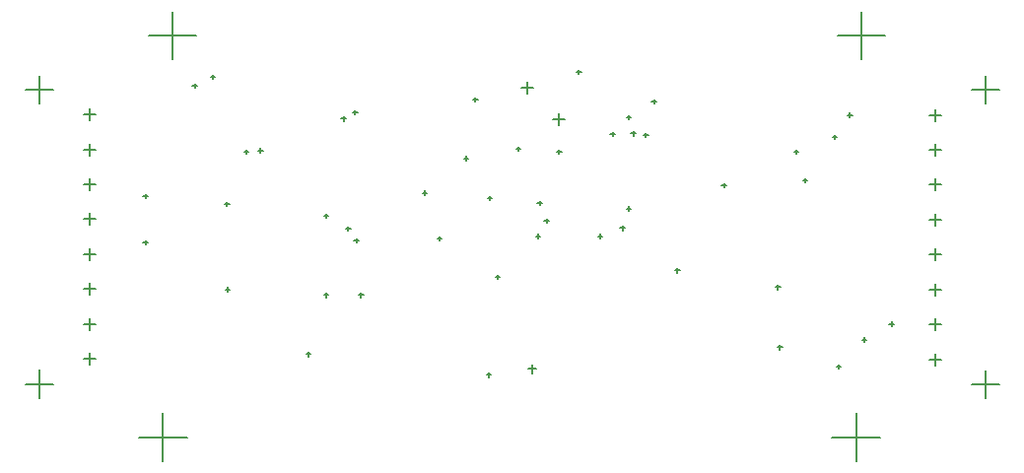
<source format=gbr>
%TF.GenerationSoftware,Altium Limited,Altium Designer,18.1.9 (240)*%
G04 Layer_Color=128*
%FSLAX26Y26*%
%MOIN*%
%TF.FileFunction,Drillmap*%
%TF.Part,Single*%
G01*
G75*
%TA.AperFunction,NonConductor*%
%ADD108C,0.005000*%
D108*
X1564293Y2322835D02*
X1725710D01*
X1645002Y2242126D02*
Y2403543D01*
X1533465Y964567D02*
X1694882D01*
X1614173Y883858D02*
Y1045275D01*
X3876943Y964567D02*
X4038361D01*
X3957652Y883858D02*
Y1045275D01*
X3895669Y2322835D02*
X4057087D01*
X3976378Y2242126D02*
Y2403543D01*
X1147559Y1144685D02*
X1242441D01*
X1195000Y1097244D02*
Y1192126D01*
X1147559Y2140749D02*
X1242441D01*
X1195000Y2093308D02*
Y2188190D01*
X1344999Y2056103D02*
X1385157D01*
X1365078Y2036024D02*
Y2076182D01*
X1344999Y1937993D02*
X1385157D01*
X1365078Y1917914D02*
Y1958072D01*
X1344999Y1819883D02*
X1385157D01*
X1365078Y1799804D02*
Y1839962D01*
X1344999Y1701771D02*
X1385157D01*
X1365078Y1681692D02*
Y1721850D01*
X1344999Y1583661D02*
X1385157D01*
X1365078Y1563582D02*
Y1603740D01*
X1344999Y1465551D02*
X1385157D01*
X1365078Y1445472D02*
Y1485630D01*
X1344999Y1347441D02*
X1385157D01*
X1365078Y1327362D02*
Y1367520D01*
X1344999Y1229331D02*
X1385157D01*
X1365078Y1209252D02*
Y1249410D01*
X2825509Y2146578D02*
X2864879D01*
X2845194Y2126893D02*
Y2166263D01*
X2931575Y2040512D02*
X2970945D01*
X2951260Y2020827D02*
Y2060197D01*
X4347637Y2139449D02*
X4442519D01*
X4395078Y2092008D02*
Y2186890D01*
X4347637Y1143385D02*
X4442519D01*
X4395078Y1095945D02*
Y1190826D01*
X4204921Y1228031D02*
X4245079D01*
X4225000Y1207953D02*
Y1248110D01*
X4204921Y1346141D02*
X4245079D01*
X4225000Y1326063D02*
Y1366220D01*
X4204921Y1464251D02*
X4245079D01*
X4225000Y1444173D02*
Y1484330D01*
X4204921Y1582363D02*
X4245079D01*
X4225000Y1562285D02*
Y1602442D01*
X4204921Y1700473D02*
X4245079D01*
X4225000Y1680395D02*
Y1720552D01*
X4204921Y1818583D02*
X4245079D01*
X4225000Y1798505D02*
Y1838662D01*
X4204921Y1936693D02*
X4245079D01*
X4225000Y1916615D02*
Y1956772D01*
X4204921Y2054803D02*
X4245079D01*
X4225000Y2034725D02*
Y2074882D01*
X3503469Y1815772D02*
X3518469D01*
X3510969Y1808272D02*
Y1823272D01*
X1888722Y1929175D02*
X1903722D01*
X1896222Y1921675D02*
Y1936675D01*
X1936609Y1934609D02*
X1951609D01*
X1944109Y1927109D02*
Y1942109D01*
X2492500Y1791339D02*
X2507500D01*
X2500000Y1783839D02*
Y1798839D01*
X3181470Y1737992D02*
X3196470D01*
X3188970Y1730492D02*
Y1745492D01*
X3085768Y1644428D02*
X3100768D01*
X3093268Y1636928D02*
Y1651928D01*
X2904168Y1696384D02*
X2919168D01*
X2911668Y1688884D02*
Y1703884D01*
X1774533Y2183186D02*
X1789533D01*
X1782033Y2175686D02*
Y2190686D01*
X1713522Y2153629D02*
X1728522D01*
X1721022Y2146129D02*
Y2161129D01*
X3929508Y2054803D02*
X3944508D01*
X3937008Y2047303D02*
Y2062303D01*
X3878327Y1979325D02*
X3893327D01*
X3885827Y1971825D02*
Y1986825D01*
X3748974Y1929134D02*
X3763974D01*
X3756474Y1921634D02*
Y1936634D01*
X3778446Y1833150D02*
X3793446D01*
X3785946Y1825650D02*
Y1840650D01*
X3267224Y2100347D02*
X3282224D01*
X3274724Y2092847D02*
Y2107847D01*
X3197500Y1991563D02*
X3212500D01*
X3205000Y1984063D02*
Y1999063D01*
X3181470Y2047240D02*
X3196470D01*
X3188970Y2039740D02*
Y2054740D01*
X3686516Y1471839D02*
X3701516D01*
X3694016Y1464339D02*
Y1479339D01*
X4070504Y1348148D02*
X4085504D01*
X4078004Y1340648D02*
Y1355648D01*
X2541667Y1637326D02*
X2556667D01*
X2549167Y1629826D02*
Y1644826D01*
X2709074Y1175000D02*
X2724074D01*
X2716574Y1167500D02*
Y1182500D01*
X3012814Y2200047D02*
X3027814D01*
X3020314Y2192547D02*
Y2207547D01*
X3160848Y1672382D02*
X3175848D01*
X3168348Y1664882D02*
Y1679882D01*
X2874302Y1644428D02*
X2889302D01*
X2881802Y1636928D02*
Y1651928D01*
X2880295Y1755906D02*
X2895295D01*
X2887795Y1748406D02*
Y1763406D01*
X3239322Y1986284D02*
X3254322D01*
X3246822Y1978784D02*
Y1993784D01*
X3127106Y1989402D02*
X3142106D01*
X3134606Y1981902D02*
Y1996902D01*
X2946566Y1929134D02*
X2961566D01*
X2954066Y1921634D02*
Y1936634D01*
X2711742Y1773108D02*
X2726742D01*
X2719242Y1765608D02*
Y1780608D01*
X2808814Y1940001D02*
X2823814D01*
X2816314Y1932501D02*
Y1947501D01*
X2632276Y1907480D02*
X2647276D01*
X2639776Y1899980D02*
Y1914980D01*
X2662646Y2106299D02*
X2677646D01*
X2670146Y2098799D02*
Y2113799D01*
X2157854Y1714024D02*
X2172854D01*
X2165354Y1706524D02*
Y1721524D01*
X1825713Y1464251D02*
X1840713D01*
X1833213Y1456751D02*
Y1471751D01*
X2275965Y1445000D02*
X2290965D01*
X2283465Y1437500D02*
Y1452500D01*
X2157854Y1445000D02*
X2172854D01*
X2165354Y1437500D02*
Y1452500D01*
X2232717Y1669758D02*
X2247717D01*
X2240217Y1662258D02*
Y1677258D01*
X2260478Y1629533D02*
X2275478D01*
X2267978Y1622033D02*
Y1637033D01*
X2216909Y2042322D02*
X2231909D01*
X2224409Y2034822D02*
Y2049822D01*
X2256452Y2062992D02*
X2271452D01*
X2263952Y2055492D02*
Y2070492D01*
X1823209Y1752954D02*
X1838209D01*
X1830709Y1745454D02*
Y1760454D01*
X2738967Y1505748D02*
X2753967D01*
X2746467Y1498248D02*
Y1513248D01*
X3693287Y1268426D02*
X3708287D01*
X3700787Y1260926D02*
Y1275926D01*
X3892500Y1202519D02*
X3907500D01*
X3900000Y1195019D02*
Y1210019D01*
X3978052Y1294646D02*
X3993052D01*
X3985552Y1287146D02*
Y1302146D01*
X1546893Y1623032D02*
X1561893D01*
X1554393Y1615532D02*
Y1630532D01*
X1546893Y1780000D02*
X1561893D01*
X1554393Y1772500D02*
Y1787500D01*
X2098524Y1245000D02*
X2113524D01*
X2106024Y1237500D02*
Y1252500D01*
X3345885Y1528756D02*
X3360885D01*
X3353385Y1521256D02*
Y1536256D01*
X2848480Y1195000D02*
X2876480D01*
X2862480Y1181000D02*
Y1209000D01*
%TF.MD5,b77f3e881b0c50bee8cac518467f3cb0*%
M02*

</source>
